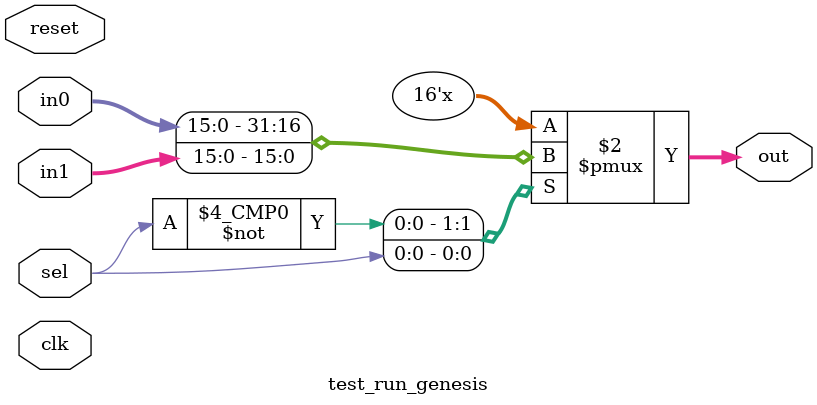
<source format=v>


module test_run_genesis (
clk, reset,
in0,
in1,
sel,
out
);

  input  clk;
  input  reset;
  input [15:0] in0;
  input [15:0] in1;
  input sel;

  output reg [15:0] out;

  always @(*) begin
    case (sel)
        1'd0: out = in0;
        1'd1: out = in1;
    endcase
  end
endmodule

</source>
